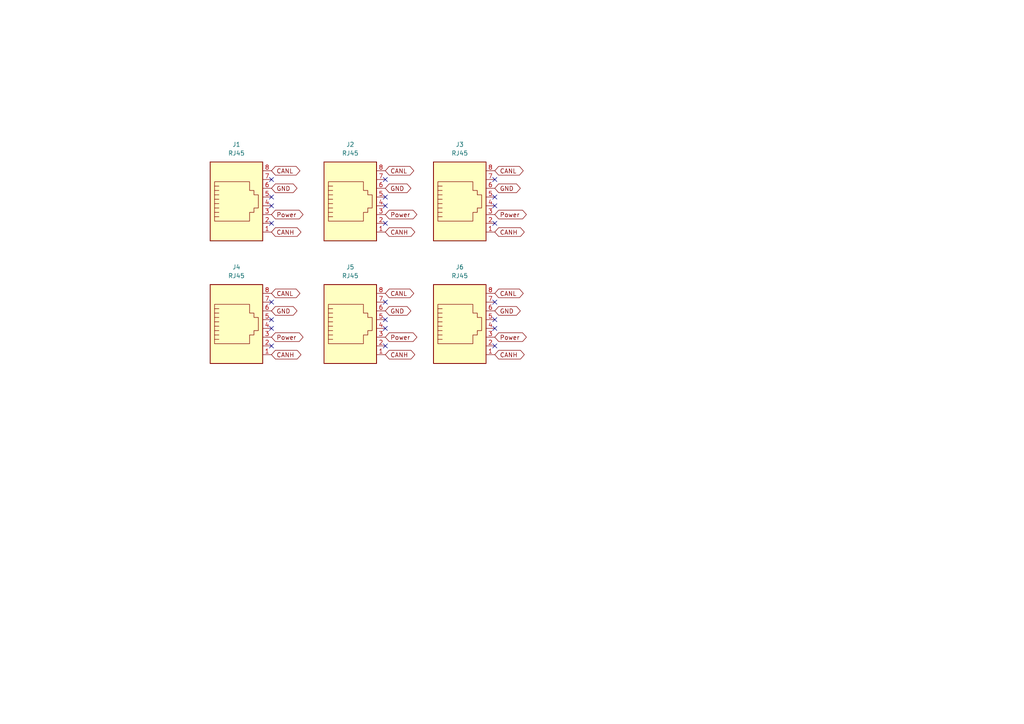
<source format=kicad_sch>
(kicad_sch
	(version 20231120)
	(generator "eeschema")
	(generator_version "8.0")
	(uuid "ed31c94b-5a14-4293-9968-8f07a66085e6")
	(paper "A4")
	(lib_symbols
		(symbol "Connector:RJ45"
			(pin_names
				(offset 1.016)
			)
			(exclude_from_sim no)
			(in_bom yes)
			(on_board yes)
			(property "Reference" "J"
				(at -5.08 13.97 0)
				(effects
					(font
						(size 1.27 1.27)
					)
					(justify right)
				)
			)
			(property "Value" "RJ45"
				(at 2.54 13.97 0)
				(effects
					(font
						(size 1.27 1.27)
					)
					(justify left)
				)
			)
			(property "Footprint" ""
				(at 0 0.635 90)
				(effects
					(font
						(size 1.27 1.27)
					)
					(hide yes)
				)
			)
			(property "Datasheet" "~"
				(at 0 0.635 90)
				(effects
					(font
						(size 1.27 1.27)
					)
					(hide yes)
				)
			)
			(property "Description" "RJ connector, 8P8C (8 positions 8 connected)"
				(at 0 0 0)
				(effects
					(font
						(size 1.27 1.27)
					)
					(hide yes)
				)
			)
			(property "ki_keywords" "8P8C RJ socket connector"
				(at 0 0 0)
				(effects
					(font
						(size 1.27 1.27)
					)
					(hide yes)
				)
			)
			(property "ki_fp_filters" "8P8C* RJ31* RJ32* RJ33* RJ34* RJ35* RJ41* RJ45* RJ49* RJ61*"
				(at 0 0 0)
				(effects
					(font
						(size 1.27 1.27)
					)
					(hide yes)
				)
			)
			(symbol "RJ45_0_1"
				(polyline
					(pts
						(xy -5.08 4.445) (xy -6.35 4.445)
					)
					(stroke
						(width 0)
						(type default)
					)
					(fill
						(type none)
					)
				)
				(polyline
					(pts
						(xy -5.08 5.715) (xy -6.35 5.715)
					)
					(stroke
						(width 0)
						(type default)
					)
					(fill
						(type none)
					)
				)
				(polyline
					(pts
						(xy -6.35 -3.175) (xy -5.08 -3.175) (xy -5.08 -3.175)
					)
					(stroke
						(width 0)
						(type default)
					)
					(fill
						(type none)
					)
				)
				(polyline
					(pts
						(xy -6.35 -1.905) (xy -5.08 -1.905) (xy -5.08 -1.905)
					)
					(stroke
						(width 0)
						(type default)
					)
					(fill
						(type none)
					)
				)
				(polyline
					(pts
						(xy -6.35 -0.635) (xy -5.08 -0.635) (xy -5.08 -0.635)
					)
					(stroke
						(width 0)
						(type default)
					)
					(fill
						(type none)
					)
				)
				(polyline
					(pts
						(xy -6.35 0.635) (xy -5.08 0.635) (xy -5.08 0.635)
					)
					(stroke
						(width 0)
						(type default)
					)
					(fill
						(type none)
					)
				)
				(polyline
					(pts
						(xy -6.35 1.905) (xy -5.08 1.905) (xy -5.08 1.905)
					)
					(stroke
						(width 0)
						(type default)
					)
					(fill
						(type none)
					)
				)
				(polyline
					(pts
						(xy -5.08 3.175) (xy -6.35 3.175) (xy -6.35 3.175)
					)
					(stroke
						(width 0)
						(type default)
					)
					(fill
						(type none)
					)
				)
				(polyline
					(pts
						(xy -6.35 -4.445) (xy -6.35 6.985) (xy 3.81 6.985) (xy 3.81 4.445) (xy 5.08 4.445) (xy 5.08 3.175)
						(xy 6.35 3.175) (xy 6.35 -0.635) (xy 5.08 -0.635) (xy 5.08 -1.905) (xy 3.81 -1.905) (xy 3.81 -4.445)
						(xy -6.35 -4.445) (xy -6.35 -4.445)
					)
					(stroke
						(width 0)
						(type default)
					)
					(fill
						(type none)
					)
				)
				(rectangle
					(start 7.62 12.7)
					(end -7.62 -10.16)
					(stroke
						(width 0.254)
						(type default)
					)
					(fill
						(type background)
					)
				)
			)
			(symbol "RJ45_1_1"
				(pin passive line
					(at 10.16 -7.62 180)
					(length 2.54)
					(name "~"
						(effects
							(font
								(size 1.27 1.27)
							)
						)
					)
					(number "1"
						(effects
							(font
								(size 1.27 1.27)
							)
						)
					)
				)
				(pin passive line
					(at 10.16 -5.08 180)
					(length 2.54)
					(name "~"
						(effects
							(font
								(size 1.27 1.27)
							)
						)
					)
					(number "2"
						(effects
							(font
								(size 1.27 1.27)
							)
						)
					)
				)
				(pin passive line
					(at 10.16 -2.54 180)
					(length 2.54)
					(name "~"
						(effects
							(font
								(size 1.27 1.27)
							)
						)
					)
					(number "3"
						(effects
							(font
								(size 1.27 1.27)
							)
						)
					)
				)
				(pin passive line
					(at 10.16 0 180)
					(length 2.54)
					(name "~"
						(effects
							(font
								(size 1.27 1.27)
							)
						)
					)
					(number "4"
						(effects
							(font
								(size 1.27 1.27)
							)
						)
					)
				)
				(pin passive line
					(at 10.16 2.54 180)
					(length 2.54)
					(name "~"
						(effects
							(font
								(size 1.27 1.27)
							)
						)
					)
					(number "5"
						(effects
							(font
								(size 1.27 1.27)
							)
						)
					)
				)
				(pin passive line
					(at 10.16 5.08 180)
					(length 2.54)
					(name "~"
						(effects
							(font
								(size 1.27 1.27)
							)
						)
					)
					(number "6"
						(effects
							(font
								(size 1.27 1.27)
							)
						)
					)
				)
				(pin passive line
					(at 10.16 7.62 180)
					(length 2.54)
					(name "~"
						(effects
							(font
								(size 1.27 1.27)
							)
						)
					)
					(number "7"
						(effects
							(font
								(size 1.27 1.27)
							)
						)
					)
				)
				(pin passive line
					(at 10.16 10.16 180)
					(length 2.54)
					(name "~"
						(effects
							(font
								(size 1.27 1.27)
							)
						)
					)
					(number "8"
						(effects
							(font
								(size 1.27 1.27)
							)
						)
					)
				)
			)
		)
	)
	(no_connect
		(at 78.74 95.25)
		(uuid "08fc5d30-770a-4215-9c9e-fe4c687fdbda")
	)
	(no_connect
		(at 78.74 52.07)
		(uuid "09f91e6d-2160-4714-bee1-d4e00dd019b2")
	)
	(no_connect
		(at 143.51 59.69)
		(uuid "0dd2c916-51d7-42c6-9e99-b234c50e080c")
	)
	(no_connect
		(at 78.74 57.15)
		(uuid "1f8f0ed7-3261-47cb-89a3-eadc0af3026a")
	)
	(no_connect
		(at 78.74 100.33)
		(uuid "4b0f534b-30e5-41ab-9093-dfbb3b6b1756")
	)
	(no_connect
		(at 143.51 57.15)
		(uuid "5556caee-a770-4c2a-9b6f-78f293b195bb")
	)
	(no_connect
		(at 111.76 59.69)
		(uuid "58653531-d3db-4ebf-8424-2dd73a4482b9")
	)
	(no_connect
		(at 78.74 87.63)
		(uuid "5e14fc31-d35a-4097-a884-476f983f4fcc")
	)
	(no_connect
		(at 143.51 100.33)
		(uuid "6f9e86a4-45cb-41cd-8a67-245692459809")
	)
	(no_connect
		(at 143.51 92.71)
		(uuid "7509f834-7969-40d2-b512-bc3bb738b912")
	)
	(no_connect
		(at 111.76 87.63)
		(uuid "753579d6-8056-4979-b676-b8b509891f91")
	)
	(no_connect
		(at 111.76 57.15)
		(uuid "8665cd0e-af0f-4fb3-9236-08751ce34024")
	)
	(no_connect
		(at 111.76 100.33)
		(uuid "888b9120-6117-4c02-9436-c2a7311a98d6")
	)
	(no_connect
		(at 143.51 64.77)
		(uuid "99113bab-bb60-4207-8723-1159e1638271")
	)
	(no_connect
		(at 78.74 92.71)
		(uuid "bf6bf49c-4783-4859-a103-8b463e8943be")
	)
	(no_connect
		(at 111.76 64.77)
		(uuid "d8003a20-d75f-4890-81eb-09879c867ef6")
	)
	(no_connect
		(at 111.76 52.07)
		(uuid "d8348600-9924-44fa-8aa9-6fa4e830e328")
	)
	(no_connect
		(at 111.76 92.71)
		(uuid "da92d4c5-6a67-40c9-9f73-d1b0b2eebde4")
	)
	(no_connect
		(at 111.76 95.25)
		(uuid "dc0175fb-c236-4798-821a-9bed691cacd6")
	)
	(no_connect
		(at 78.74 59.69)
		(uuid "dd65a934-4647-49bf-8c66-b4516d60f74e")
	)
	(no_connect
		(at 143.51 95.25)
		(uuid "ece8ee2c-fd47-4a5e-9fda-6749b96cf10f")
	)
	(no_connect
		(at 78.74 64.77)
		(uuid "f1c18a90-8f5c-427e-9ed9-4b6ec2ce8ebe")
	)
	(no_connect
		(at 143.51 87.63)
		(uuid "fcd0ba4f-ecb4-482f-9402-05c35809d20f")
	)
	(no_connect
		(at 143.51 52.07)
		(uuid "fe9d62c6-85c3-495c-8de8-1c6dc89379a1")
	)
	(global_label "Power"
		(shape bidirectional)
		(at 111.76 97.79 0)
		(fields_autoplaced yes)
		(effects
			(font
				(size 1.27 1.27)
			)
			(justify left)
		)
		(uuid "0d3e6634-60b0-4a9a-9aa2-401fdd810b86")
		(property "Intersheetrefs" "${INTERSHEET_REFS}"
			(at 121.4808 97.79 0)
			(effects
				(font
					(size 1.27 1.27)
				)
				(justify left)
				(hide yes)
			)
		)
	)
	(global_label "CANL"
		(shape bidirectional)
		(at 111.76 49.53 0)
		(fields_autoplaced yes)
		(effects
			(font
				(size 1.27 1.27)
			)
			(justify left)
		)
		(uuid "13593b1e-1bca-4737-9e66-2f423e3ae67f")
		(property "Intersheetrefs" "${INTERSHEET_REFS}"
			(at 120.5737 49.53 0)
			(effects
				(font
					(size 1.27 1.27)
				)
				(justify left)
				(hide yes)
			)
		)
	)
	(global_label "GND"
		(shape bidirectional)
		(at 111.76 54.61 0)
		(fields_autoplaced yes)
		(effects
			(font
				(size 1.27 1.27)
			)
			(justify left)
		)
		(uuid "1378aa4a-338a-49c6-83f5-0ff53f3c3778")
		(property "Intersheetrefs" "${INTERSHEET_REFS}"
			(at 119.727 54.61 0)
			(effects
				(font
					(size 1.27 1.27)
				)
				(justify left)
				(hide yes)
			)
		)
	)
	(global_label "GND"
		(shape bidirectional)
		(at 78.74 90.17 0)
		(fields_autoplaced yes)
		(effects
			(font
				(size 1.27 1.27)
			)
			(justify left)
		)
		(uuid "1d8f94f5-6d5c-4b22-8673-b8c693f39fda")
		(property "Intersheetrefs" "${INTERSHEET_REFS}"
			(at 86.707 90.17 0)
			(effects
				(font
					(size 1.27 1.27)
				)
				(justify left)
				(hide yes)
			)
		)
	)
	(global_label "CANH"
		(shape bidirectional)
		(at 143.51 67.31 0)
		(fields_autoplaced yes)
		(effects
			(font
				(size 1.27 1.27)
			)
			(justify left)
		)
		(uuid "1e368c77-303b-4891-9141-5ed14e56b0bf")
		(property "Intersheetrefs" "${INTERSHEET_REFS}"
			(at 152.6261 67.31 0)
			(effects
				(font
					(size 1.27 1.27)
				)
				(justify left)
				(hide yes)
			)
		)
	)
	(global_label "CANH"
		(shape bidirectional)
		(at 111.76 67.31 0)
		(fields_autoplaced yes)
		(effects
			(font
				(size 1.27 1.27)
			)
			(justify left)
		)
		(uuid "24c2570d-bf0f-4ad6-83a3-5e110ea66dd1")
		(property "Intersheetrefs" "${INTERSHEET_REFS}"
			(at 120.8761 67.31 0)
			(effects
				(font
					(size 1.27 1.27)
				)
				(justify left)
				(hide yes)
			)
		)
	)
	(global_label "CANL"
		(shape bidirectional)
		(at 111.76 85.09 0)
		(fields_autoplaced yes)
		(effects
			(font
				(size 1.27 1.27)
			)
			(justify left)
		)
		(uuid "2eb94eb3-1f1e-4039-b9f1-b96632e86877")
		(property "Intersheetrefs" "${INTERSHEET_REFS}"
			(at 120.5737 85.09 0)
			(effects
				(font
					(size 1.27 1.27)
				)
				(justify left)
				(hide yes)
			)
		)
	)
	(global_label "Power"
		(shape bidirectional)
		(at 111.76 62.23 0)
		(fields_autoplaced yes)
		(effects
			(font
				(size 1.27 1.27)
			)
			(justify left)
		)
		(uuid "3420a24b-5a5a-4733-b83d-e2e8b256d10b")
		(property "Intersheetrefs" "${INTERSHEET_REFS}"
			(at 121.4808 62.23 0)
			(effects
				(font
					(size 1.27 1.27)
				)
				(justify left)
				(hide yes)
			)
		)
	)
	(global_label "GND"
		(shape bidirectional)
		(at 111.76 90.17 0)
		(fields_autoplaced yes)
		(effects
			(font
				(size 1.27 1.27)
			)
			(justify left)
		)
		(uuid "3bd91a86-f1fb-4ceb-8aae-e33df8f83675")
		(property "Intersheetrefs" "${INTERSHEET_REFS}"
			(at 119.727 90.17 0)
			(effects
				(font
					(size 1.27 1.27)
				)
				(justify left)
				(hide yes)
			)
		)
	)
	(global_label "CANH"
		(shape bidirectional)
		(at 78.74 67.31 0)
		(fields_autoplaced yes)
		(effects
			(font
				(size 1.27 1.27)
			)
			(justify left)
		)
		(uuid "45be49cf-ea9c-4a83-9d1b-dd3333a90281")
		(property "Intersheetrefs" "${INTERSHEET_REFS}"
			(at 87.8561 67.31 0)
			(effects
				(font
					(size 1.27 1.27)
				)
				(justify left)
				(hide yes)
			)
		)
	)
	(global_label "GND"
		(shape bidirectional)
		(at 78.74 54.61 0)
		(fields_autoplaced yes)
		(effects
			(font
				(size 1.27 1.27)
			)
			(justify left)
		)
		(uuid "511609e6-47d7-4104-87e7-c755c9b4a27a")
		(property "Intersheetrefs" "${INTERSHEET_REFS}"
			(at 86.707 54.61 0)
			(effects
				(font
					(size 1.27 1.27)
				)
				(justify left)
				(hide yes)
			)
		)
	)
	(global_label "CANL"
		(shape bidirectional)
		(at 143.51 49.53 0)
		(fields_autoplaced yes)
		(effects
			(font
				(size 1.27 1.27)
			)
			(justify left)
		)
		(uuid "637d1c54-d298-4924-97ae-c492c173a3fe")
		(property "Intersheetrefs" "${INTERSHEET_REFS}"
			(at 152.3237 49.53 0)
			(effects
				(font
					(size 1.27 1.27)
				)
				(justify left)
				(hide yes)
			)
		)
	)
	(global_label "Power"
		(shape bidirectional)
		(at 143.51 62.23 0)
		(fields_autoplaced yes)
		(effects
			(font
				(size 1.27 1.27)
			)
			(justify left)
		)
		(uuid "655a7e1e-79e4-4b6f-9196-7d06c2ba3e26")
		(property "Intersheetrefs" "${INTERSHEET_REFS}"
			(at 153.2308 62.23 0)
			(effects
				(font
					(size 1.27 1.27)
				)
				(justify left)
				(hide yes)
			)
		)
	)
	(global_label "CANL"
		(shape bidirectional)
		(at 78.74 49.53 0)
		(fields_autoplaced yes)
		(effects
			(font
				(size 1.27 1.27)
			)
			(justify left)
		)
		(uuid "72cbaaaa-2182-480e-82b3-3b10eb589bda")
		(property "Intersheetrefs" "${INTERSHEET_REFS}"
			(at 87.5537 49.53 0)
			(effects
				(font
					(size 1.27 1.27)
				)
				(justify left)
				(hide yes)
			)
		)
	)
	(global_label "CANH"
		(shape bidirectional)
		(at 78.74 102.87 0)
		(fields_autoplaced yes)
		(effects
			(font
				(size 1.27 1.27)
			)
			(justify left)
		)
		(uuid "802d8eb3-a5fd-445a-96e9-9063c85904f7")
		(property "Intersheetrefs" "${INTERSHEET_REFS}"
			(at 87.8561 102.87 0)
			(effects
				(font
					(size 1.27 1.27)
				)
				(justify left)
				(hide yes)
			)
		)
	)
	(global_label "CANH"
		(shape bidirectional)
		(at 143.51 102.87 0)
		(fields_autoplaced yes)
		(effects
			(font
				(size 1.27 1.27)
			)
			(justify left)
		)
		(uuid "94828f40-9c7f-4794-9fe5-b6189f04d579")
		(property "Intersheetrefs" "${INTERSHEET_REFS}"
			(at 152.6261 102.87 0)
			(effects
				(font
					(size 1.27 1.27)
				)
				(justify left)
				(hide yes)
			)
		)
	)
	(global_label "Power"
		(shape bidirectional)
		(at 78.74 62.23 0)
		(fields_autoplaced yes)
		(effects
			(font
				(size 1.27 1.27)
			)
			(justify left)
		)
		(uuid "c76cf691-b493-42b7-a4ba-3445ad0dee15")
		(property "Intersheetrefs" "${INTERSHEET_REFS}"
			(at 88.4608 62.23 0)
			(effects
				(font
					(size 1.27 1.27)
				)
				(justify left)
				(hide yes)
			)
		)
	)
	(global_label "GND"
		(shape bidirectional)
		(at 143.51 54.61 0)
		(fields_autoplaced yes)
		(effects
			(font
				(size 1.27 1.27)
			)
			(justify left)
		)
		(uuid "dee8c97d-49c6-4511-a84b-fc5e6314ac61")
		(property "Intersheetrefs" "${INTERSHEET_REFS}"
			(at 151.477 54.61 0)
			(effects
				(font
					(size 1.27 1.27)
				)
				(justify left)
				(hide yes)
			)
		)
	)
	(global_label "Power"
		(shape bidirectional)
		(at 143.51 97.79 0)
		(fields_autoplaced yes)
		(effects
			(font
				(size 1.27 1.27)
			)
			(justify left)
		)
		(uuid "deef93fc-94a0-41dd-b94f-d4e234bcfefc")
		(property "Intersheetrefs" "${INTERSHEET_REFS}"
			(at 153.2308 97.79 0)
			(effects
				(font
					(size 1.27 1.27)
				)
				(justify left)
				(hide yes)
			)
		)
	)
	(global_label "Power"
		(shape bidirectional)
		(at 78.74 97.79 0)
		(fields_autoplaced yes)
		(effects
			(font
				(size 1.27 1.27)
			)
			(justify left)
		)
		(uuid "eb6c582e-219c-4f3e-9ed2-042262cf36be")
		(property "Intersheetrefs" "${INTERSHEET_REFS}"
			(at 88.4608 97.79 0)
			(effects
				(font
					(size 1.27 1.27)
				)
				(justify left)
				(hide yes)
			)
		)
	)
	(global_label "CANL"
		(shape bidirectional)
		(at 78.74 85.09 0)
		(fields_autoplaced yes)
		(effects
			(font
				(size 1.27 1.27)
			)
			(justify left)
		)
		(uuid "edd866cc-c0d1-4de1-9348-72a0f3ee67fe")
		(property "Intersheetrefs" "${INTERSHEET_REFS}"
			(at 87.5537 85.09 0)
			(effects
				(font
					(size 1.27 1.27)
				)
				(justify left)
				(hide yes)
			)
		)
	)
	(global_label "CANL"
		(shape bidirectional)
		(at 143.51 85.09 0)
		(fields_autoplaced yes)
		(effects
			(font
				(size 1.27 1.27)
			)
			(justify left)
		)
		(uuid "f131256d-3fa3-4a6e-8240-ac0d135e4b36")
		(property "Intersheetrefs" "${INTERSHEET_REFS}"
			(at 152.3237 85.09 0)
			(effects
				(font
					(size 1.27 1.27)
				)
				(justify left)
				(hide yes)
			)
		)
	)
	(global_label "GND"
		(shape bidirectional)
		(at 143.51 90.17 0)
		(fields_autoplaced yes)
		(effects
			(font
				(size 1.27 1.27)
			)
			(justify left)
		)
		(uuid "f3314d98-fc7f-4186-9f09-0d9fbf14189e")
		(property "Intersheetrefs" "${INTERSHEET_REFS}"
			(at 151.477 90.17 0)
			(effects
				(font
					(size 1.27 1.27)
				)
				(justify left)
				(hide yes)
			)
		)
	)
	(global_label "CANH"
		(shape bidirectional)
		(at 111.76 102.87 0)
		(fields_autoplaced yes)
		(effects
			(font
				(size 1.27 1.27)
			)
			(justify left)
		)
		(uuid "f6cfe95c-c7ab-4a41-a479-a2f891059473")
		(property "Intersheetrefs" "${INTERSHEET_REFS}"
			(at 120.8761 102.87 0)
			(effects
				(font
					(size 1.27 1.27)
				)
				(justify left)
				(hide yes)
			)
		)
	)
	(symbol
		(lib_id "Connector:RJ45")
		(at 101.6 95.25 0)
		(unit 1)
		(exclude_from_sim no)
		(in_bom yes)
		(on_board yes)
		(dnp no)
		(fields_autoplaced yes)
		(uuid "13ac7304-8234-4193-9852-72f610dda015")
		(property "Reference" "J5"
			(at 101.6 77.47 0)
			(effects
				(font
					(size 1.27 1.27)
				)
			)
		)
		(property "Value" "RJ45"
			(at 101.6 80.01 0)
			(effects
				(font
					(size 1.27 1.27)
				)
			)
		)
		(property "Footprint" "KUT_Connector.pretty-master:7810-8P8C"
			(at 101.6 94.615 90)
			(effects
				(font
					(size 1.27 1.27)
				)
				(hide yes)
			)
		)
		(property "Datasheet" "~"
			(at 101.6 94.615 90)
			(effects
				(font
					(size 1.27 1.27)
				)
				(hide yes)
			)
		)
		(property "Description" "RJ connector, 8P8C (8 positions 8 connected)"
			(at 101.6 95.25 0)
			(effects
				(font
					(size 1.27 1.27)
				)
				(hide yes)
			)
		)
		(pin "3"
			(uuid "e450e04b-8d6e-4cc2-b003-536bfba02d57")
		)
		(pin "8"
			(uuid "8ec90529-4c68-4050-b699-bbe5b2ec57dc")
		)
		(pin "4"
			(uuid "3e483262-2db6-494e-8619-beeeccbd4131")
		)
		(pin "1"
			(uuid "5381c16e-78ec-431b-b36b-926374a774c3")
		)
		(pin "7"
			(uuid "2ac4f7ca-55d1-485b-aca9-a2be21ec9f10")
		)
		(pin "2"
			(uuid "74531572-f9b1-434e-9ded-4ed000bf1483")
		)
		(pin "5"
			(uuid "ca9b3d10-bd30-4e72-a1e3-62726e0b68a9")
		)
		(pin "6"
			(uuid "d4f1224d-464f-4ce0-83ae-52ad067a5f1b")
		)
		(instances
			(project "RJ45hub"
				(path "/ed31c94b-5a14-4293-9968-8f07a66085e6"
					(reference "J5")
					(unit 1)
				)
			)
		)
	)
	(symbol
		(lib_id "Connector:RJ45")
		(at 133.35 95.25 0)
		(unit 1)
		(exclude_from_sim no)
		(in_bom yes)
		(on_board yes)
		(dnp no)
		(fields_autoplaced yes)
		(uuid "14a292d9-dd15-426f-a1df-539bc18a948c")
		(property "Reference" "J6"
			(at 133.35 77.47 0)
			(effects
				(font
					(size 1.27 1.27)
				)
			)
		)
		(property "Value" "RJ45"
			(at 133.35 80.01 0)
			(effects
				(font
					(size 1.27 1.27)
				)
			)
		)
		(property "Footprint" "KUT_Connector.pretty-master:7810-8P8C"
			(at 133.35 94.615 90)
			(effects
				(font
					(size 1.27 1.27)
				)
				(hide yes)
			)
		)
		(property "Datasheet" "~"
			(at 133.35 94.615 90)
			(effects
				(font
					(size 1.27 1.27)
				)
				(hide yes)
			)
		)
		(property "Description" "RJ connector, 8P8C (8 positions 8 connected)"
			(at 133.35 95.25 0)
			(effects
				(font
					(size 1.27 1.27)
				)
				(hide yes)
			)
		)
		(pin "3"
			(uuid "d5f65196-2b31-4098-bb44-5c00515f6967")
		)
		(pin "8"
			(uuid "dbe9f9af-c7cc-48f3-b874-c636113fe08a")
		)
		(pin "4"
			(uuid "528ec075-5471-4e7b-bf27-c32f3af69b68")
		)
		(pin "1"
			(uuid "64acb70f-2c60-4407-a444-79c738d87f44")
		)
		(pin "7"
			(uuid "bef67d2b-1734-49c4-bc6a-83d4b8e05303")
		)
		(pin "2"
			(uuid "d747f08f-89ff-4e25-b908-d230463979b7")
		)
		(pin "5"
			(uuid "d8892002-cd23-490b-8b5d-7edaf4020999")
		)
		(pin "6"
			(uuid "348ccf75-43ff-4997-9731-dfc9e6e9e010")
		)
		(instances
			(project "RJ45hub"
				(path "/ed31c94b-5a14-4293-9968-8f07a66085e6"
					(reference "J6")
					(unit 1)
				)
			)
		)
	)
	(symbol
		(lib_id "Connector:RJ45")
		(at 133.35 59.69 0)
		(unit 1)
		(exclude_from_sim no)
		(in_bom yes)
		(on_board yes)
		(dnp no)
		(fields_autoplaced yes)
		(uuid "69131c95-dfc8-4de2-9b8e-a2936eb01867")
		(property "Reference" "J3"
			(at 133.35 41.91 0)
			(effects
				(font
					(size 1.27 1.27)
				)
			)
		)
		(property "Value" "RJ45"
			(at 133.35 44.45 0)
			(effects
				(font
					(size 1.27 1.27)
				)
			)
		)
		(property "Footprint" "KUT_Connector.pretty-master:7810-8P8C"
			(at 133.35 59.055 90)
			(effects
				(font
					(size 1.27 1.27)
				)
				(hide yes)
			)
		)
		(property "Datasheet" "~"
			(at 133.35 59.055 90)
			(effects
				(font
					(size 1.27 1.27)
				)
				(hide yes)
			)
		)
		(property "Description" "RJ connector, 8P8C (8 positions 8 connected)"
			(at 133.35 59.69 0)
			(effects
				(font
					(size 1.27 1.27)
				)
				(hide yes)
			)
		)
		(pin "3"
			(uuid "4d29e60f-3ed1-4f07-853e-3022c9643b77")
		)
		(pin "8"
			(uuid "5327a64b-bfa7-4b77-adf2-874770b29c3b")
		)
		(pin "4"
			(uuid "dd047b28-5bad-47f0-b64e-70b1ff53c877")
		)
		(pin "1"
			(uuid "5c451d03-0bcb-4656-95e6-cdf99252bb2d")
		)
		(pin "7"
			(uuid "eb50e591-897a-4d9a-9980-b06460ac987e")
		)
		(pin "2"
			(uuid "faf83cf9-db16-4973-b5a1-b75c2ae7f856")
		)
		(pin "5"
			(uuid "96d44e53-3e78-4192-a69a-a5b11c5bb672")
		)
		(pin "6"
			(uuid "c4165aa5-d501-4096-88ab-57a19134da95")
		)
		(instances
			(project "RJ45hub"
				(path "/ed31c94b-5a14-4293-9968-8f07a66085e6"
					(reference "J3")
					(unit 1)
				)
			)
		)
	)
	(symbol
		(lib_id "Connector:RJ45")
		(at 68.58 95.25 0)
		(unit 1)
		(exclude_from_sim no)
		(in_bom yes)
		(on_board yes)
		(dnp no)
		(fields_autoplaced yes)
		(uuid "7b3bb8d0-eed0-4dee-9ab0-6c5d6c8257e8")
		(property "Reference" "J4"
			(at 68.58 77.47 0)
			(effects
				(font
					(size 1.27 1.27)
				)
			)
		)
		(property "Value" "RJ45"
			(at 68.58 80.01 0)
			(effects
				(font
					(size 1.27 1.27)
				)
			)
		)
		(property "Footprint" "KUT_Connector.pretty-master:7810-8P8C"
			(at 68.58 94.615 90)
			(effects
				(font
					(size 1.27 1.27)
				)
				(hide yes)
			)
		)
		(property "Datasheet" "~"
			(at 68.58 94.615 90)
			(effects
				(font
					(size 1.27 1.27)
				)
				(hide yes)
			)
		)
		(property "Description" "RJ connector, 8P8C (8 positions 8 connected)"
			(at 68.58 95.25 0)
			(effects
				(font
					(size 1.27 1.27)
				)
				(hide yes)
			)
		)
		(pin "3"
			(uuid "1613d31a-0e8b-4109-ac91-3b668602ccbb")
		)
		(pin "8"
			(uuid "33d89cb9-69bc-4e7d-ab36-9333f0a3f8f7")
		)
		(pin "4"
			(uuid "71d1be2b-1745-4211-859a-ed87d5118635")
		)
		(pin "1"
			(uuid "49a634e7-f29e-4c20-b7cd-9870c2a9bae8")
		)
		(pin "7"
			(uuid "672e5da6-9eb6-49e4-9a30-b88e98fc5bbe")
		)
		(pin "2"
			(uuid "aea3324e-4651-4e9a-b893-166eb4d39eb4")
		)
		(pin "5"
			(uuid "1afac666-aaa9-409f-959c-e62d4117cec0")
		)
		(pin "6"
			(uuid "71ddf673-5dd2-4310-9b22-024be0da61eb")
		)
		(instances
			(project "RJ45hub"
				(path "/ed31c94b-5a14-4293-9968-8f07a66085e6"
					(reference "J4")
					(unit 1)
				)
			)
		)
	)
	(symbol
		(lib_id "Connector:RJ45")
		(at 68.58 59.69 0)
		(unit 1)
		(exclude_from_sim no)
		(in_bom yes)
		(on_board yes)
		(dnp no)
		(fields_autoplaced yes)
		(uuid "b581c67d-2e3d-44b1-93d7-155935c9bf79")
		(property "Reference" "J1"
			(at 68.58 41.91 0)
			(effects
				(font
					(size 1.27 1.27)
				)
			)
		)
		(property "Value" "RJ45"
			(at 68.58 44.45 0)
			(effects
				(font
					(size 1.27 1.27)
				)
			)
		)
		(property "Footprint" "KUT_Connector.pretty-master:7810-8P8C"
			(at 68.58 59.055 90)
			(effects
				(font
					(size 1.27 1.27)
				)
				(hide yes)
			)
		)
		(property "Datasheet" "~"
			(at 68.58 59.055 90)
			(effects
				(font
					(size 1.27 1.27)
				)
				(hide yes)
			)
		)
		(property "Description" "RJ connector, 8P8C (8 positions 8 connected)"
			(at 68.58 59.69 0)
			(effects
				(font
					(size 1.27 1.27)
				)
				(hide yes)
			)
		)
		(pin "3"
			(uuid "ded6fed2-0e48-4ac3-acf2-f4d39229338f")
		)
		(pin "8"
			(uuid "f4cb379a-ae15-484f-9029-1bedc617c722")
		)
		(pin "4"
			(uuid "8dfcdb51-abd0-426e-ade1-fbe8857b3c0a")
		)
		(pin "1"
			(uuid "bad7111c-785f-4048-a267-ce27858be439")
		)
		(pin "7"
			(uuid "1f0ab0d6-a5ae-4be4-a519-fb713dffc9bf")
		)
		(pin "2"
			(uuid "042e8f08-0291-48cf-b02c-ac985cdc1139")
		)
		(pin "5"
			(uuid "b6c80561-a31f-4979-8938-bf5fd7830afe")
		)
		(pin "6"
			(uuid "cc4fd91f-ec95-4685-bc4e-b4e40a57cc14")
		)
		(instances
			(project "RJ45hub"
				(path "/ed31c94b-5a14-4293-9968-8f07a66085e6"
					(reference "J1")
					(unit 1)
				)
			)
		)
	)
	(symbol
		(lib_id "Connector:RJ45")
		(at 101.6 59.69 0)
		(unit 1)
		(exclude_from_sim no)
		(in_bom yes)
		(on_board yes)
		(dnp no)
		(fields_autoplaced yes)
		(uuid "c109e058-4b3b-4b5a-abf5-77e27d0e9e0a")
		(property "Reference" "J2"
			(at 101.6 41.91 0)
			(effects
				(font
					(size 1.27 1.27)
				)
			)
		)
		(property "Value" "RJ45"
			(at 101.6 44.45 0)
			(effects
				(font
					(size 1.27 1.27)
				)
			)
		)
		(property "Footprint" "KUT_Connector.pretty-master:7810-8P8C"
			(at 101.6 59.055 90)
			(effects
				(font
					(size 1.27 1.27)
				)
				(hide yes)
			)
		)
		(property "Datasheet" "~"
			(at 101.6 59.055 90)
			(effects
				(font
					(size 1.27 1.27)
				)
				(hide yes)
			)
		)
		(property "Description" "RJ connector, 8P8C (8 positions 8 connected)"
			(at 101.6 59.69 0)
			(effects
				(font
					(size 1.27 1.27)
				)
				(hide yes)
			)
		)
		(pin "3"
			(uuid "bcb0b363-565a-4a51-b250-8002b2d2f5e4")
		)
		(pin "8"
			(uuid "44e23d93-3d5b-4719-9806-5df31d9ff93f")
		)
		(pin "4"
			(uuid "7318d20c-59da-4ad1-9f7b-1b034a2fd11d")
		)
		(pin "1"
			(uuid "36d4a7f0-3c20-4818-8951-c992bec822a7")
		)
		(pin "7"
			(uuid "063561e0-0320-4064-8f90-6779f2826ed4")
		)
		(pin "2"
			(uuid "777c5672-c490-49d1-81ff-04631ee25d18")
		)
		(pin "5"
			(uuid "0aac9e49-50e0-4e0c-b283-1b05b6334482")
		)
		(pin "6"
			(uuid "6948249e-9596-4b56-ab00-46de022c3f8f")
		)
		(instances
			(project "RJ45hub"
				(path "/ed31c94b-5a14-4293-9968-8f07a66085e6"
					(reference "J2")
					(unit 1)
				)
			)
		)
	)
	(sheet_instances
		(path "/"
			(page "1")
		)
	)
)
</source>
